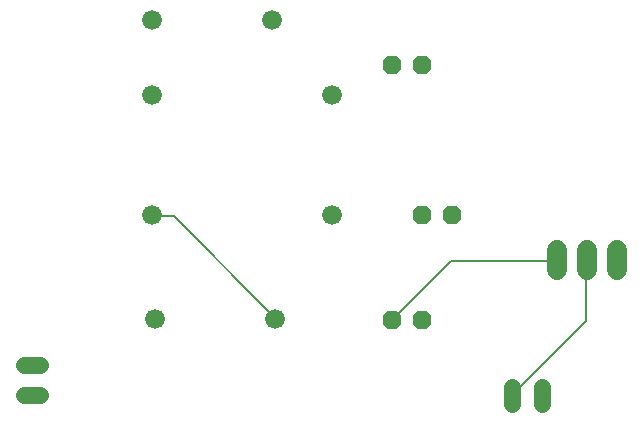
<source format=gbr>
G04 EAGLE Gerber RS-274X export*
G75*
%MOMM*%
%FSLAX34Y34*%
%LPD*%
%INBottom Copper*%
%IPPOS*%
%AMOC8*
5,1,8,0,0,1.08239X$1,22.5*%
G01*
%ADD10C,1.422400*%
%ADD11P,1.732040X8X202.500000*%
%ADD12P,1.732040X8X22.500000*%
%ADD13C,1.676400*%
%ADD14C,1.676400*%
%ADD15C,0.152400*%


D10*
X520700Y18288D02*
X520700Y32512D01*
X495300Y32512D02*
X495300Y18288D01*
D11*
X419100Y304800D03*
X393700Y304800D03*
D12*
X393700Y88900D03*
X419100Y88900D03*
D11*
X444500Y177800D03*
X419100Y177800D03*
D13*
X190500Y279400D03*
X190500Y177800D03*
X193040Y90170D03*
X294640Y90170D03*
X342900Y279400D03*
X342900Y177800D03*
X292100Y342900D03*
X190500Y342900D03*
D10*
X96012Y25400D02*
X81788Y25400D01*
X81788Y50800D02*
X96012Y50800D01*
D14*
X533400Y131318D02*
X533400Y148082D01*
X558800Y148082D02*
X558800Y131318D01*
X584200Y131318D02*
X584200Y148082D01*
D15*
X208788Y176784D02*
X190500Y176784D01*
X208788Y176784D02*
X294132Y91440D01*
X190500Y176784D02*
X190500Y177800D01*
X294132Y91440D02*
X294640Y90170D01*
X443484Y138684D02*
X533400Y138684D01*
X443484Y138684D02*
X393700Y88900D01*
X533400Y138684D02*
X533400Y139700D01*
X557784Y138684D02*
X557784Y88392D01*
X495300Y25908D01*
X557784Y138684D02*
X558800Y139700D01*
X495300Y25908D02*
X495300Y25400D01*
M02*

</source>
